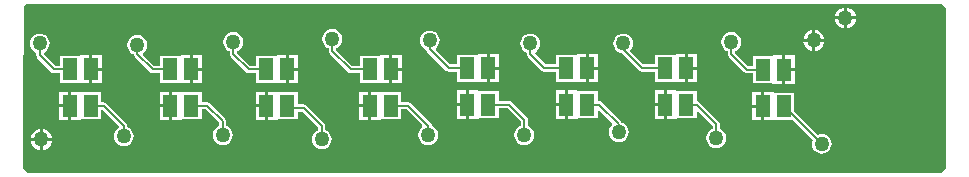
<source format=gbl>
G04 Layer_Physical_Order=2*
G04 Layer_Color=16711680*
%FSLAX43Y43*%
%MOMM*%
G71*
G01*
G75*
%ADD16C,0.200*%
%ADD17C,1.270*%
%ADD18R,1.300X1.900*%
G36*
X130326Y90530D02*
Y85906D01*
Y81517D01*
Y76983D01*
X129900Y76557D01*
X52599D01*
X52173Y76983D01*
Y82276D01*
X52231Y90715D01*
X52382Y90866D01*
X129990D01*
X130326Y90530D01*
D02*
G37*
%LPC*%
G36*
X106415Y82193D02*
X105638D01*
Y81116D01*
X106415D01*
Y82193D01*
D02*
G37*
G36*
X114670Y83397D02*
X113893D01*
Y82320D01*
X114670D01*
Y83397D01*
D02*
G37*
G36*
X55996Y83424D02*
X55219D01*
Y82347D01*
X55996D01*
Y83424D01*
D02*
G37*
G36*
X98033Y82193D02*
X97256D01*
Y81116D01*
X98033D01*
Y82193D01*
D02*
G37*
G36*
X72633Y82093D02*
X71856D01*
Y81016D01*
X72633D01*
Y82093D01*
D02*
G37*
G36*
X81396D02*
X80619D01*
Y81016D01*
X81396D01*
Y82093D01*
D02*
G37*
G36*
X89651Y82193D02*
X88874D01*
Y81116D01*
X89651D01*
Y82193D01*
D02*
G37*
G36*
X98033Y83524D02*
X97256D01*
Y82447D01*
X98033D01*
Y83524D01*
D02*
G37*
G36*
X106415D02*
X105638D01*
Y82447D01*
X106415D01*
Y83524D01*
D02*
G37*
G36*
X112141Y88472D02*
X111923Y88444D01*
X111720Y88359D01*
X111545Y88226D01*
X111412Y88051D01*
X111327Y87848D01*
X111299Y87630D01*
X111327Y87412D01*
X111412Y87209D01*
X111545Y87034D01*
X111720Y86901D01*
X111835Y86853D01*
Y86614D01*
X111835Y86614D01*
X111858Y86497D01*
X111925Y86398D01*
X113246Y85077D01*
X113246Y85077D01*
X113345Y85010D01*
X113462Y84987D01*
X113462Y84987D01*
X113947D01*
Y84143D01*
X115588Y84143D01*
X115693Y84089D01*
X115752Y84089D01*
X116470D01*
Y85293D01*
Y86497D01*
X115752D01*
X115693Y86497D01*
X115588Y86443D01*
X115566Y86443D01*
X113947D01*
Y85599D01*
X113589D01*
X112452Y86736D01*
X112465Y86860D01*
X112562Y86901D01*
X112737Y87034D01*
X112870Y87209D01*
X112955Y87412D01*
X112983Y87630D01*
X112955Y87848D01*
X112870Y88051D01*
X112737Y88226D01*
X112562Y88359D01*
X112359Y88444D01*
X112141Y88472D01*
D02*
G37*
G36*
X89651Y83524D02*
X88874D01*
Y82447D01*
X89651D01*
Y83524D01*
D02*
G37*
G36*
X64505Y83424D02*
X63728D01*
Y82347D01*
X64505D01*
Y83424D01*
D02*
G37*
G36*
X72633D02*
X71856D01*
Y82347D01*
X72633D01*
Y83424D01*
D02*
G37*
G36*
X81396D02*
X80619D01*
Y82347D01*
X81396D01*
Y83424D01*
D02*
G37*
G36*
X64505Y82093D02*
X63728D01*
Y81016D01*
X64505D01*
Y82093D01*
D02*
G37*
G36*
X107446Y83524D02*
X107387Y83524D01*
X106669D01*
Y82320D01*
Y81116D01*
X107387D01*
X107446Y81116D01*
X107551Y81170D01*
X107573Y81170D01*
X109192D01*
Y81725D01*
X109309Y81774D01*
X110565Y80518D01*
Y80279D01*
X110450Y80231D01*
X110275Y80098D01*
X110142Y79923D01*
X110057Y79720D01*
X110029Y79502D01*
X110057Y79284D01*
X110142Y79081D01*
X110275Y78906D01*
X110450Y78773D01*
X110653Y78688D01*
X110871Y78660D01*
X111089Y78688D01*
X111292Y78773D01*
X111467Y78906D01*
X111600Y79081D01*
X111685Y79284D01*
X111713Y79502D01*
X111685Y79720D01*
X111600Y79923D01*
X111467Y80098D01*
X111292Y80231D01*
X111177Y80279D01*
Y80645D01*
X111177Y80645D01*
X111154Y80762D01*
X111087Y80861D01*
X111087Y80861D01*
X109412Y82536D01*
X109313Y82603D01*
X109196Y82626D01*
X109192Y82746D01*
Y83470D01*
X107551Y83470D01*
X107446Y83524D01*
D02*
G37*
G36*
X57027Y83424D02*
X56968Y83424D01*
X56250D01*
Y82220D01*
Y81016D01*
X56968D01*
X57027Y81016D01*
X57132Y81070D01*
X57154Y81070D01*
X58773D01*
Y81859D01*
X58900Y81891D01*
X60309Y80482D01*
X60301Y80437D01*
X60267Y80345D01*
X60110Y80225D01*
X59977Y80050D01*
X59892Y79847D01*
X59864Y79629D01*
X59892Y79411D01*
X59977Y79208D01*
X60110Y79033D01*
X60285Y78900D01*
X60488Y78815D01*
X60706Y78787D01*
X60924Y78815D01*
X61127Y78900D01*
X61302Y79033D01*
X61435Y79208D01*
X61520Y79411D01*
X61548Y79629D01*
X61520Y79847D01*
X61435Y80050D01*
X61302Y80225D01*
X61127Y80358D01*
X61012Y80406D01*
Y80518D01*
X61012Y80518D01*
X60989Y80635D01*
X60922Y80734D01*
X60922Y80734D01*
X59220Y82436D01*
X59121Y82503D01*
X59004Y82526D01*
X59004Y82526D01*
X58773D01*
Y83370D01*
X57132Y83370D01*
X57027Y83424D01*
D02*
G37*
G36*
X65536D02*
X65477Y83424D01*
X64759D01*
Y82220D01*
Y81016D01*
X65477D01*
X65536Y81016D01*
X65641Y81070D01*
X65663Y81070D01*
X67282D01*
Y81914D01*
X67640D01*
X68782Y80772D01*
Y80533D01*
X68667Y80485D01*
X68492Y80352D01*
X68359Y80177D01*
X68274Y79974D01*
X68246Y79756D01*
X68274Y79538D01*
X68359Y79335D01*
X68492Y79160D01*
X68667Y79027D01*
X68870Y78942D01*
X69088Y78914D01*
X69306Y78942D01*
X69509Y79027D01*
X69684Y79160D01*
X69817Y79335D01*
X69902Y79538D01*
X69930Y79756D01*
X69902Y79974D01*
X69817Y80177D01*
X69684Y80352D01*
X69509Y80485D01*
X69394Y80533D01*
Y80899D01*
X69394Y80899D01*
X69371Y81016D01*
X69304Y81115D01*
X69304Y81115D01*
X67983Y82436D01*
X67884Y82503D01*
X67767Y82526D01*
X67767Y82526D01*
X67282D01*
Y83370D01*
X65641Y83370D01*
X65536Y83424D01*
D02*
G37*
G36*
X73664D02*
X73605Y83424D01*
X72887D01*
Y82220D01*
Y81016D01*
X73605D01*
X73664Y81016D01*
X73769Y81070D01*
X73791Y81070D01*
X75410D01*
Y81736D01*
X75819D01*
X77164Y80391D01*
Y80152D01*
X77049Y80104D01*
X76874Y79971D01*
X76741Y79796D01*
X76656Y79593D01*
X76628Y79375D01*
X76656Y79157D01*
X76741Y78954D01*
X76874Y78779D01*
X77049Y78646D01*
X77252Y78561D01*
X77470Y78533D01*
X77688Y78561D01*
X77891Y78646D01*
X78066Y78779D01*
X78199Y78954D01*
X78284Y79157D01*
X78312Y79375D01*
X78284Y79593D01*
X78199Y79796D01*
X78066Y79971D01*
X77891Y80104D01*
X77776Y80152D01*
Y80518D01*
X77753Y80635D01*
X77686Y80734D01*
X76162Y82258D01*
X76063Y82325D01*
X75946Y82348D01*
X75946Y82348D01*
X75410D01*
Y83370D01*
X73769Y83370D01*
X73664Y83424D01*
D02*
G37*
G36*
X115701Y83397D02*
X115642Y83397D01*
X114924D01*
Y82193D01*
Y80989D01*
X115642D01*
X115701Y80989D01*
X115806Y81043D01*
X115828Y81043D01*
X117314D01*
X119013Y79345D01*
X118965Y79229D01*
X118936Y79011D01*
X118965Y78794D01*
X119049Y78590D01*
X119183Y78416D01*
X119357Y78282D01*
X119561Y78198D01*
X119779Y78169D01*
X119996Y78198D01*
X120200Y78282D01*
X120374Y78416D01*
X120508Y78590D01*
X120592Y78794D01*
X120621Y79011D01*
X120592Y79229D01*
X120508Y79433D01*
X120374Y79607D01*
X120200Y79741D01*
X119996Y79825D01*
X119779Y79854D01*
X119561Y79825D01*
X119445Y79777D01*
X117447Y81776D01*
Y83343D01*
X115806Y83343D01*
X115701Y83397D01*
D02*
G37*
G36*
X53594Y79248D02*
X52841D01*
X52855Y79143D01*
X52944Y78927D01*
X53087Y78741D01*
X53273Y78598D01*
X53489Y78509D01*
X53594Y78495D01*
Y79248D01*
D02*
G37*
G36*
X54601D02*
X53848D01*
Y78495D01*
X53953Y78509D01*
X54169Y78598D01*
X54355Y78741D01*
X54498Y78927D01*
X54587Y79143D01*
X54601Y79248D01*
D02*
G37*
G36*
X53848Y80255D02*
Y79502D01*
X54601D01*
X54587Y79607D01*
X54498Y79823D01*
X54355Y80009D01*
X54169Y80152D01*
X53953Y80241D01*
X53848Y80255D01*
D02*
G37*
G36*
X114670Y82066D02*
X113893D01*
Y80989D01*
X114670D01*
Y82066D01*
D02*
G37*
G36*
X55996Y82093D02*
X55219D01*
Y81016D01*
X55996D01*
Y82093D01*
D02*
G37*
G36*
X53594Y80255D02*
X53489Y80241D01*
X53273Y80152D01*
X53087Y80009D01*
X52944Y79823D01*
X52855Y79607D01*
X52841Y79502D01*
X53594D01*
Y80255D01*
D02*
G37*
G36*
X82427Y83424D02*
X82368Y83424D01*
X81650D01*
Y82220D01*
Y81016D01*
X82368D01*
X82427Y81016D01*
X82532Y81070D01*
X82554Y81070D01*
X84173D01*
Y81914D01*
X84658D01*
X85987Y80585D01*
X85976Y80417D01*
X85891Y80352D01*
X85758Y80177D01*
X85673Y79974D01*
X85645Y79756D01*
X85673Y79538D01*
X85758Y79335D01*
X85891Y79160D01*
X86066Y79027D01*
X86269Y78942D01*
X86487Y78914D01*
X86705Y78942D01*
X86908Y79027D01*
X87083Y79160D01*
X87216Y79335D01*
X87301Y79538D01*
X87329Y79756D01*
X87301Y79974D01*
X87216Y80177D01*
X87083Y80352D01*
X86908Y80485D01*
X86790Y80534D01*
X86770Y80635D01*
X86703Y80734D01*
X86703Y80734D01*
X85001Y82436D01*
X84902Y82503D01*
X84785Y82526D01*
X84785Y82526D01*
X84173D01*
Y83370D01*
X82532Y83370D01*
X82427Y83424D01*
D02*
G37*
G36*
X90682Y83524D02*
X90623Y83524D01*
X89905D01*
Y82320D01*
Y81116D01*
X90623D01*
X90682Y81116D01*
X90787Y81170D01*
X90809Y81170D01*
X92428D01*
Y82014D01*
X93194D01*
X94309Y80899D01*
Y80533D01*
X94194Y80485D01*
X94019Y80352D01*
X93886Y80177D01*
X93801Y79974D01*
X93773Y79756D01*
X93801Y79538D01*
X93886Y79335D01*
X94019Y79160D01*
X94194Y79027D01*
X94397Y78942D01*
X94615Y78914D01*
X94833Y78942D01*
X95036Y79027D01*
X95211Y79160D01*
X95344Y79335D01*
X95429Y79538D01*
X95457Y79756D01*
X95429Y79974D01*
X95344Y80177D01*
X95211Y80352D01*
X95036Y80485D01*
X94921Y80533D01*
Y81026D01*
X94921Y81026D01*
X94898Y81143D01*
X94831Y81242D01*
X94831Y81242D01*
X93537Y82536D01*
X93438Y82603D01*
X93321Y82626D01*
X93321Y82626D01*
X92428D01*
Y83470D01*
X90787Y83470D01*
X90682Y83524D01*
D02*
G37*
G36*
X99064D02*
X99005Y83524D01*
X98287D01*
Y82320D01*
Y81116D01*
X99005D01*
X99064Y81116D01*
X99169Y81170D01*
X99191Y81170D01*
X100810D01*
Y81839D01*
X100937Y81891D01*
X102067Y80762D01*
X102059Y80635D01*
X102020Y80606D01*
X101887Y80431D01*
X101802Y80228D01*
X101774Y80010D01*
X101802Y79792D01*
X101887Y79589D01*
X102020Y79414D01*
X102195Y79281D01*
X102398Y79196D01*
X102616Y79168D01*
X102834Y79196D01*
X103037Y79281D01*
X103212Y79414D01*
X103345Y79589D01*
X103430Y79792D01*
X103458Y80010D01*
X103430Y80228D01*
X103345Y80431D01*
X103212Y80606D01*
X103037Y80739D01*
X102867Y80810D01*
X102832Y80861D01*
X102832Y80861D01*
X101157Y82536D01*
X101058Y82603D01*
X100941Y82626D01*
X100941Y82626D01*
X100810D01*
Y83470D01*
X99169Y83470D01*
X99064Y83524D01*
D02*
G37*
G36*
X117501Y85166D02*
X116724D01*
Y84089D01*
X117501D01*
Y85166D01*
D02*
G37*
G36*
X91705Y86624D02*
Y85547D01*
X92482D01*
Y86624D01*
X91705D01*
D02*
G37*
G36*
X100087D02*
Y85547D01*
X100864D01*
Y86624D01*
X100087D01*
D02*
G37*
G36*
X108469D02*
Y85547D01*
X109246D01*
Y86624D01*
X108469D01*
D02*
G37*
G36*
X83450Y86524D02*
Y85447D01*
X84227D01*
Y86524D01*
X83450D01*
D02*
G37*
G36*
X58050D02*
Y85447D01*
X58827D01*
Y86524D01*
X58050D01*
D02*
G37*
G36*
X66559D02*
Y85447D01*
X67336D01*
Y86524D01*
X66559D01*
D02*
G37*
G36*
X74687D02*
Y85447D01*
X75464D01*
Y86524D01*
X74687D01*
D02*
G37*
G36*
X118999Y87630D02*
X118246D01*
X118260Y87525D01*
X118349Y87309D01*
X118492Y87123D01*
X118678Y86980D01*
X118894Y86891D01*
X118999Y86877D01*
Y87630D01*
D02*
G37*
G36*
X122673Y89535D02*
X121920D01*
Y88782D01*
X122025Y88796D01*
X122241Y88885D01*
X122427Y89028D01*
X122570Y89214D01*
X122659Y89430D01*
X122673Y89535D01*
D02*
G37*
G36*
X121666Y90542D02*
X121561Y90528D01*
X121345Y90439D01*
X121159Y90296D01*
X121016Y90110D01*
X120927Y89894D01*
X120913Y89789D01*
X121666D01*
Y90542D01*
D02*
G37*
G36*
X121920D02*
Y89789D01*
X122673D01*
X122659Y89894D01*
X122570Y90110D01*
X122427Y90296D01*
X122241Y90439D01*
X122025Y90528D01*
X121920Y90542D01*
D02*
G37*
G36*
X121666Y89535D02*
X120913D01*
X120927Y89430D01*
X121016Y89214D01*
X121159Y89028D01*
X121345Y88885D01*
X121561Y88796D01*
X121666Y88782D01*
Y89535D01*
D02*
G37*
G36*
X120006Y87630D02*
X119253D01*
Y86877D01*
X119358Y86891D01*
X119574Y86980D01*
X119760Y87123D01*
X119903Y87309D01*
X119992Y87525D01*
X120006Y87630D01*
D02*
G37*
G36*
X118999Y88637D02*
X118894Y88623D01*
X118678Y88534D01*
X118492Y88391D01*
X118349Y88205D01*
X118260Y87989D01*
X118246Y87884D01*
X118999D01*
Y88637D01*
D02*
G37*
G36*
X119253D02*
Y87884D01*
X120006D01*
X119992Y87989D01*
X119903Y88205D01*
X119760Y88391D01*
X119574Y88534D01*
X119358Y88623D01*
X119253Y88637D01*
D02*
G37*
G36*
X58827Y85193D02*
X58050D01*
Y84116D01*
X58827D01*
Y85193D01*
D02*
G37*
G36*
X67336D02*
X66559D01*
Y84116D01*
X67336D01*
Y85193D01*
D02*
G37*
G36*
X75464D02*
X74687D01*
Y84116D01*
X75464D01*
Y85193D01*
D02*
G37*
G36*
X78359Y88726D02*
X78141Y88698D01*
X77938Y88613D01*
X77763Y88480D01*
X77630Y88305D01*
X77545Y88102D01*
X77517Y87884D01*
X77545Y87666D01*
X77630Y87463D01*
X77763Y87288D01*
X77938Y87155D01*
X78053Y87107D01*
Y86868D01*
X78053Y86868D01*
X78076Y86751D01*
X78143Y86652D01*
X79691Y85104D01*
X79790Y85037D01*
X79907Y85014D01*
X80673D01*
Y84170D01*
X82314Y84170D01*
X82419Y84116D01*
X82478Y84116D01*
X83196D01*
Y85320D01*
Y86524D01*
X82478D01*
X82419Y86524D01*
X82314Y86470D01*
X82292Y86470D01*
X80673D01*
Y85626D01*
X80034D01*
X78670Y86990D01*
X78683Y87114D01*
X78780Y87155D01*
X78955Y87288D01*
X79088Y87463D01*
X79173Y87666D01*
X79201Y87884D01*
X79173Y88102D01*
X79088Y88305D01*
X78955Y88480D01*
X78780Y88613D01*
X78577Y88698D01*
X78359Y88726D01*
D02*
G37*
G36*
X53594Y88345D02*
X53376Y88317D01*
X53173Y88232D01*
X52998Y88099D01*
X52865Y87924D01*
X52780Y87721D01*
X52752Y87503D01*
X52780Y87285D01*
X52865Y87082D01*
X52998Y86907D01*
X53173Y86774D01*
X53288Y86726D01*
Y86487D01*
X53288Y86487D01*
X53311Y86370D01*
X53378Y86271D01*
X54545Y85104D01*
X54644Y85037D01*
X54761Y85014D01*
X54761Y85014D01*
X55273D01*
Y84170D01*
X56914Y84170D01*
X57019Y84116D01*
X57078Y84116D01*
X57796D01*
Y85320D01*
Y86524D01*
X57078D01*
X57019Y86524D01*
X56914Y86470D01*
X56892Y86470D01*
X55273D01*
Y85626D01*
X54888D01*
X53905Y86609D01*
X53918Y86733D01*
X54015Y86774D01*
X54190Y86907D01*
X54323Y87082D01*
X54408Y87285D01*
X54436Y87503D01*
X54408Y87721D01*
X54323Y87924D01*
X54190Y88099D01*
X54015Y88232D01*
X53812Y88317D01*
X53594Y88345D01*
D02*
G37*
G36*
X61849Y88218D02*
X61631Y88190D01*
X61428Y88105D01*
X61253Y87972D01*
X61120Y87797D01*
X61035Y87594D01*
X61007Y87376D01*
X61035Y87158D01*
X61120Y86955D01*
X61253Y86780D01*
X61428Y86647D01*
X61546Y86598D01*
X61566Y86497D01*
X61633Y86398D01*
X62927Y85104D01*
X62927Y85104D01*
X63026Y85037D01*
X63143Y85014D01*
X63143Y85014D01*
X63782D01*
Y84170D01*
X65423Y84170D01*
X65528Y84116D01*
X65587Y84116D01*
X66305D01*
Y85320D01*
Y86524D01*
X65587D01*
X65528Y86524D01*
X65423Y86470D01*
X65401Y86470D01*
X63782D01*
Y85626D01*
X63270D01*
X62349Y86547D01*
X62360Y86715D01*
X62445Y86780D01*
X62578Y86955D01*
X62663Y87158D01*
X62691Y87376D01*
X62663Y87594D01*
X62578Y87797D01*
X62445Y87972D01*
X62270Y88105D01*
X62067Y88190D01*
X61849Y88218D01*
D02*
G37*
G36*
X69977Y88472D02*
X69759Y88444D01*
X69556Y88359D01*
X69381Y88226D01*
X69248Y88051D01*
X69163Y87848D01*
X69135Y87630D01*
X69163Y87412D01*
X69248Y87209D01*
X69381Y87034D01*
X69556Y86901D01*
X69671Y86853D01*
Y86614D01*
X69671Y86614D01*
X69694Y86497D01*
X69761Y86398D01*
X71055Y85104D01*
X71055Y85104D01*
X71154Y85037D01*
X71271Y85014D01*
X71271Y85014D01*
X71910D01*
Y84170D01*
X73551Y84170D01*
X73656Y84116D01*
X73715Y84116D01*
X74433D01*
Y85320D01*
Y86524D01*
X73715D01*
X73656Y86524D01*
X73551Y86470D01*
X73529Y86470D01*
X71910D01*
Y85626D01*
X71398D01*
X70288Y86736D01*
X70301Y86860D01*
X70398Y86901D01*
X70573Y87034D01*
X70706Y87209D01*
X70791Y87412D01*
X70819Y87630D01*
X70791Y87848D01*
X70706Y88051D01*
X70573Y88226D01*
X70398Y88359D01*
X70195Y88444D01*
X69977Y88472D01*
D02*
G37*
G36*
X84227Y85193D02*
X83450D01*
Y84116D01*
X84227D01*
Y85193D01*
D02*
G37*
G36*
X100864Y85293D02*
X100087D01*
Y84216D01*
X100864D01*
Y85293D01*
D02*
G37*
G36*
X109246D02*
X108469D01*
Y84216D01*
X109246D01*
Y85293D01*
D02*
G37*
G36*
X116724Y86497D02*
Y85420D01*
X117501D01*
Y86497D01*
X116724D01*
D02*
G37*
G36*
X92482Y85293D02*
X91705D01*
Y84216D01*
X92482D01*
Y85293D01*
D02*
G37*
G36*
X86614Y88599D02*
X86396Y88571D01*
X86193Y88486D01*
X86018Y88353D01*
X85885Y88178D01*
X85800Y87975D01*
X85772Y87757D01*
X85800Y87539D01*
X85885Y87336D01*
X86018Y87161D01*
X86193Y87028D01*
X86317Y86976D01*
X86331Y86903D01*
X86398Y86804D01*
X87998Y85204D01*
X88097Y85137D01*
X88214Y85114D01*
X88214Y85114D01*
X88928D01*
Y84270D01*
X90569Y84270D01*
X90674Y84216D01*
X90733Y84216D01*
X91451D01*
Y85420D01*
Y86624D01*
X90733D01*
X90674Y86624D01*
X90569Y86570D01*
X90547Y86570D01*
X88928D01*
Y85726D01*
X88341D01*
X87105Y86961D01*
X87114Y87088D01*
X87210Y87161D01*
X87343Y87336D01*
X87428Y87539D01*
X87456Y87757D01*
X87428Y87975D01*
X87343Y88178D01*
X87210Y88353D01*
X87035Y88486D01*
X86832Y88571D01*
X86614Y88599D01*
D02*
G37*
G36*
X95123Y88345D02*
X94905Y88317D01*
X94702Y88232D01*
X94527Y88099D01*
X94394Y87924D01*
X94309Y87721D01*
X94281Y87503D01*
X94309Y87285D01*
X94394Y87082D01*
X94527Y86907D01*
X94702Y86774D01*
X94817Y86726D01*
Y86614D01*
X94817Y86614D01*
X94840Y86497D01*
X94907Y86398D01*
X96101Y85204D01*
X96200Y85137D01*
X96317Y85114D01*
X97310D01*
Y84270D01*
X98951Y84270D01*
X99056Y84216D01*
X99115Y84216D01*
X99833D01*
Y85420D01*
Y86624D01*
X99115D01*
X99056Y86624D01*
X98951Y86570D01*
X98929Y86570D01*
X97310D01*
Y85726D01*
X96444D01*
X95520Y86650D01*
X95528Y86695D01*
X95562Y86787D01*
X95719Y86907D01*
X95852Y87082D01*
X95937Y87285D01*
X95965Y87503D01*
X95937Y87721D01*
X95852Y87924D01*
X95719Y88099D01*
X95544Y88232D01*
X95341Y88317D01*
X95123Y88345D01*
D02*
G37*
G36*
X102997D02*
X102779Y88317D01*
X102576Y88232D01*
X102401Y88099D01*
X102268Y87924D01*
X102183Y87721D01*
X102155Y87503D01*
X102183Y87285D01*
X102268Y87082D01*
X102401Y86907D01*
X102576Y86774D01*
X102779Y86689D01*
X102884Y86676D01*
X104356Y85204D01*
X104455Y85137D01*
X104572Y85114D01*
X105692D01*
Y84270D01*
X107333Y84270D01*
X107438Y84216D01*
X107497Y84216D01*
X108215D01*
Y85420D01*
Y86624D01*
X107497D01*
X107438Y86624D01*
X107333Y86570D01*
X107311Y86570D01*
X105692D01*
Y85726D01*
X104699D01*
X103588Y86837D01*
X103593Y86907D01*
X103726Y87082D01*
X103811Y87285D01*
X103839Y87503D01*
X103811Y87721D01*
X103726Y87924D01*
X103593Y88099D01*
X103418Y88232D01*
X103215Y88317D01*
X102997Y88345D01*
D02*
G37*
%LPD*%
D16*
X54761Y85320D02*
X56123D01*
X53594Y86487D02*
X54761Y85320D01*
X63143D02*
X64632D01*
X61849Y86614D02*
X63143Y85320D01*
X66432Y82220D02*
X67767D01*
X69088Y80899D01*
X71271Y85320D02*
X72760D01*
X69977Y86614D02*
X71271Y85320D01*
X74560Y82220D02*
X74738Y82042D01*
X75946D01*
X77470Y80518D01*
X79907Y85320D02*
X81523D01*
X78359Y86868D02*
X79907Y85320D01*
X83323Y82220D02*
X84785D01*
X86487Y80518D01*
X88214Y85420D02*
X89778D01*
X86614Y87020D02*
X88214Y85420D01*
X91578Y82320D02*
X93321D01*
X94615Y81026D01*
Y79756D02*
Y81026D01*
X96317Y85420D02*
X98160D01*
X95123Y86614D02*
X96317Y85420D01*
X95123Y86614D02*
Y87503D01*
X99960Y82320D02*
X100941D01*
X102616Y80645D01*
Y80010D02*
Y80645D01*
X104572Y85420D02*
X106542D01*
X102997Y86995D02*
X104572Y85420D01*
X102997Y86995D02*
Y87503D01*
X108342Y82320D02*
X109196D01*
X110871Y80645D01*
Y79502D02*
Y80645D01*
X113462Y85293D02*
X114797D01*
X112141Y86614D02*
X113462Y85293D01*
X112141Y86614D02*
Y87630D01*
X116597Y82193D02*
X119779Y79011D01*
X86487Y79756D02*
Y80518D01*
X77470Y79375D02*
Y80518D01*
X69088Y79756D02*
Y80899D01*
X53594Y86487D02*
Y87503D01*
X61849Y86614D02*
Y87376D01*
X69977Y86614D02*
Y87630D01*
X78359Y86868D02*
Y87884D01*
X86614Y87020D02*
Y87757D01*
Y87884D01*
X57923Y82220D02*
X59004D01*
X60706Y80518D01*
Y79629D02*
Y80518D01*
D17*
X119779Y79011D02*
D03*
X110871Y79502D02*
D03*
X112141Y87630D02*
D03*
X102997Y87503D02*
D03*
X102616Y80010D02*
D03*
X94615Y79756D02*
D03*
X95123Y87503D02*
D03*
X86487Y79756D02*
D03*
X86614Y87757D02*
D03*
X78359Y87884D02*
D03*
X77470Y79375D02*
D03*
X69088Y79756D02*
D03*
X69977Y87630D02*
D03*
X61849Y87376D02*
D03*
X60706Y79629D02*
D03*
X53594Y87503D02*
D03*
X53721Y79375D02*
D03*
X119126Y87757D02*
D03*
X121793Y89662D02*
D03*
D18*
X72760Y82220D02*
D03*
Y85320D02*
D03*
X74560D02*
D03*
Y82220D02*
D03*
X56123D02*
D03*
Y85320D02*
D03*
X57923D02*
D03*
Y82220D02*
D03*
X99960Y85420D02*
D03*
Y82320D02*
D03*
X98160D02*
D03*
Y85420D02*
D03*
X116597Y85293D02*
D03*
Y82193D02*
D03*
X114797D02*
D03*
Y85293D02*
D03*
X81523Y82220D02*
D03*
Y85320D02*
D03*
X83323D02*
D03*
Y82220D02*
D03*
X64632D02*
D03*
Y85320D02*
D03*
X66432D02*
D03*
Y82220D02*
D03*
X91578Y85420D02*
D03*
Y82320D02*
D03*
X89778D02*
D03*
Y85420D02*
D03*
X108342D02*
D03*
Y82320D02*
D03*
X106542D02*
D03*
Y85420D02*
D03*
M02*

</source>
